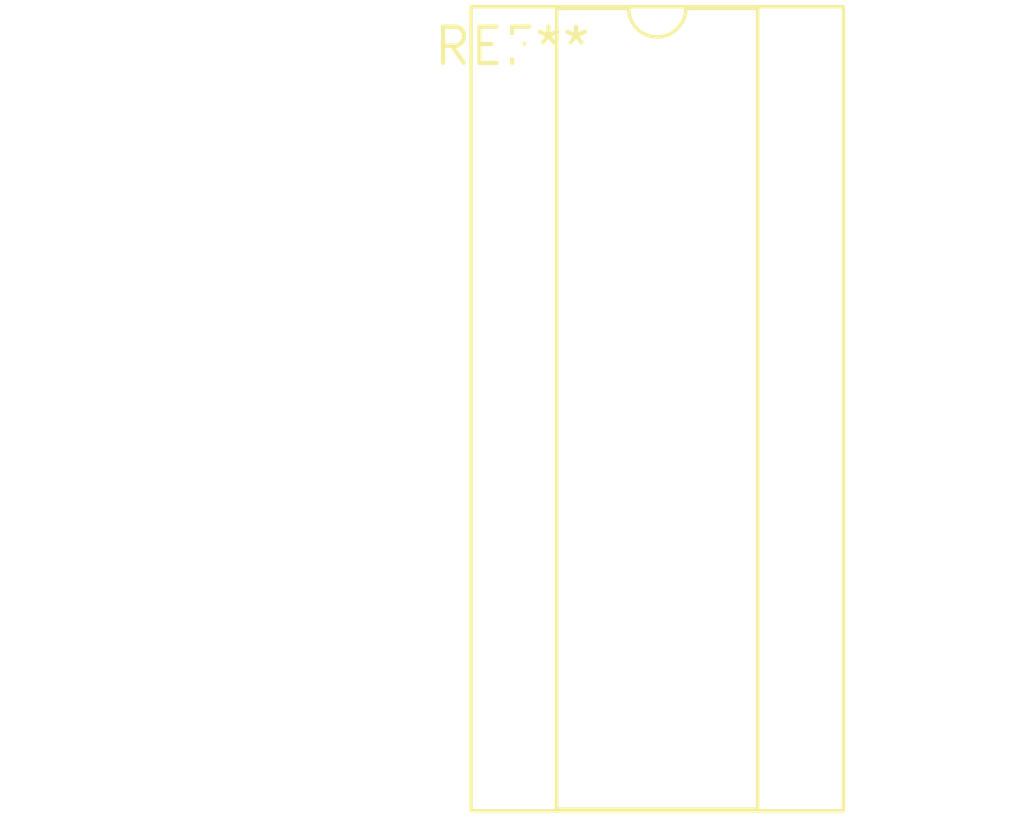
<source format=kicad_pcb>
(kicad_pcb (version 20240108) (generator pcbnew)
  (layers (0 "F.Cu" signal) (31 "B.Cu" signal) (34 "B.Paste" user) (35 "F.Paste" user) (36 "B.SilkS" user "B.Silkscreen") (37 "F.SilkS" user "F.Silkscreen") (38 "B.Mask" user) (39 "F.Mask" user) (44 "Edge.Cuts" user))
  (net 0 "")
  (footprint "DIP-22_W10.16mm_Socket_LongPads" (layer "F.Cu") (at 0 0)
    (property "Reference" "REF**")
    (property "Value" "DIP-22_W10.16mm_Socket_LongPads")
    (fp_line (start -1.44 -1.39) (end -1.44 26.79) (layer "F.SilkS") (stroke (width 0.12)))
    (fp_line (start -1.44 26.79) (end 11.6 26.79) (layer "F.SilkS") (stroke (width 0.12)))
    (fp_line (start 1.56 -1.33) (end 1.56 26.73) (layer "F.SilkS") (stroke (width 0.12)))
    (fp_line (start 1.56 26.73) (end 8.6 26.73) (layer "F.SilkS") (stroke (width 0.12)))
    (fp_line (start 4.08 -1.33) (end 1.56 -1.33) (layer "F.SilkS") (stroke (width 0.12)))
    (fp_line (start 8.6 -1.33) (end 6.08 -1.33) (layer "F.SilkS") (stroke (width 0.12)))
    (fp_line (start 8.6 26.73) (end 8.6 -1.33) (layer "F.SilkS") (stroke (width 0.12)))
    (fp_line (start 11.6 -1.39) (end -1.44 -1.39) (layer "F.SilkS") (stroke (width 0.12)))
    (fp_line (start 11.6 26.79) (end 11.6 -1.39) (layer "F.SilkS") (stroke (width 0.12)))
    (fp_arc (start 6.08 -1.33) (mid 5.08 -0.33) (end 4.08 -1.33) (layer "F.SilkS") (stroke (width 0.12)))
    (pad "1" thru_hole rect (at 0 0) (size 2.4 1.6) (drill 0.8) (layers *.Cu *.Mask) (remove_unused_layers))
    (pad "2" thru_hole oval (at 0 2.54) (size 2.4 1.6) (drill 0.8) (layers *.Cu *.Mask) (remove_unused_layers))
    (pad "3" thru_hole oval (at 0 5.08) (size 2.4 1.6) (drill 0.8) (layers *.Cu *.Mask) (remove_unused_layers))
    (pad "4" thru_hole oval (at 0 7.62) (size 2.4 1.6) (drill 0.8) (layers *.Cu *.Mask) (remove_unused_layers))
    (pad "5" thru_hole oval (at 0 10.16) (size 2.4 1.6) (drill 0.8) (layers *.Cu *.Mask) (remove_unused_layers))
    (pad "6" thru_hole oval (at 0 12.7) (size 2.4 1.6) (drill 0.8) (layers *.Cu *.Mask) (remove_unused_layers))
    (pad "7" thru_hole oval (at 0 15.24) (size 2.4 1.6) (drill 0.8) (layers *.Cu *.Mask) (remove_unused_layers))
    (pad "8" thru_hole oval (at 0 17.78) (size 2.4 1.6) (drill 0.8) (layers *.Cu *.Mask) (remove_unused_layers))
    (pad "9" thru_hole oval (at 0 20.32) (size 2.4 1.6) (drill 0.8) (layers *.Cu *.Mask) (remove_unused_layers))
    (pad "10" thru_hole oval (at 0 22.86) (size 2.4 1.6) (drill 0.8) (layers *.Cu *.Mask) (remove_unused_layers))
    (pad "11" thru_hole oval (at 0 25.4) (size 2.4 1.6) (drill 0.8) (layers *.Cu *.Mask) (remove_unused_layers))
    (pad "12" thru_hole oval (at 10.16 25.4) (size 2.4 1.6) (drill 0.8) (layers *.Cu *.Mask) (remove_unused_layers))
    (pad "13" thru_hole oval (at 10.16 22.86) (size 2.4 1.6) (drill 0.8) (layers *.Cu *.Mask) (remove_unused_layers))
    (pad "14" thru_hole oval (at 10.16 20.32) (size 2.4 1.6) (drill 0.8) (layers *.Cu *.Mask) (remove_unused_layers))
    (pad "15" thru_hole oval (at 10.16 17.78) (size 2.4 1.6) (drill 0.8) (layers *.Cu *.Mask) (remove_unused_layers))
    (pad "16" thru_hole oval (at 10.16 15.24) (size 2.4 1.6) (drill 0.8) (layers *.Cu *.Mask) (remove_unused_layers))
    (pad "17" thru_hole oval (at 10.16 12.7) (size 2.4 1.6) (drill 0.8) (layers *.Cu *.Mask) (remove_unused_layers))
    (pad "18" thru_hole oval (at 10.16 10.16) (size 2.4 1.6) (drill 0.8) (layers *.Cu *.Mask) (remove_unused_layers))
    (pad "19" thru_hole oval (at 10.16 7.62) (size 2.4 1.6) (drill 0.8) (layers *.Cu *.Mask) (remove_unused_layers))
    (pad "20" thru_hole oval (at 10.16 5.08) (size 2.4 1.6) (drill 0.8) (layers *.Cu *.Mask) (remove_unused_layers))
    (pad "21" thru_hole oval (at 10.16 2.54) (size 2.4 1.6) (drill 0.8) (layers *.Cu *.Mask) (remove_unused_layers))
    (pad "22" thru_hole oval (at 10.16 0) (size 2.4 1.6) (drill 0.8) (layers *.Cu *.Mask) (remove_unused_layers))
  )
)
</source>
